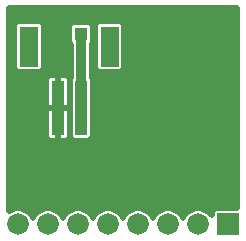
<source format=gbl>
G75*
G70*
%OFA0B0*%
%FSLAX24Y24*%
%IPPOS*%
%LPD*%
%AMOC8*
5,1,8,0,0,1.08239X$1,22.5*
%
%ADD10R,0.0720X0.0720*%
%ADD11C,0.0720*%
%ADD12R,0.0394X0.1811*%
%ADD13R,0.0630X0.1339*%
%ADD14C,0.0200*%
%ADD15R,0.0436X0.0436*%
%ADD16C,0.0320*%
D10*
X007702Y001772D03*
D11*
X000702Y001772D03*
X001702Y001772D03*
X002702Y001772D03*
X003702Y001772D03*
X004702Y001772D03*
X005702Y001772D03*
X006702Y001772D03*
D12*
X002815Y005655D03*
X002028Y005655D03*
D13*
X001083Y007702D03*
X003760Y007702D03*
D14*
X003265Y007746D02*
X003162Y007746D01*
X003162Y007761D02*
X003220Y007819D01*
X003220Y008404D01*
X003114Y008510D01*
X002529Y008510D01*
X002423Y008404D01*
X002423Y007819D01*
X002482Y007761D01*
X002482Y006678D01*
X002438Y006635D01*
X002438Y004675D01*
X002544Y004569D01*
X003087Y004569D01*
X003192Y004675D01*
X003192Y006635D01*
X003162Y006665D01*
X003162Y007761D01*
X003220Y007945D02*
X003265Y007945D01*
X003265Y008143D02*
X003220Y008143D01*
X003220Y008342D02*
X003265Y008342D01*
X003265Y008446D02*
X003265Y006958D01*
X003371Y006853D01*
X004150Y006853D01*
X004255Y006958D01*
X004255Y008446D01*
X004150Y008551D01*
X003371Y008551D01*
X003265Y008446D01*
X003360Y008540D02*
X001483Y008540D01*
X001472Y008551D02*
X001578Y008446D01*
X001578Y006958D01*
X001472Y006853D01*
X000693Y006853D01*
X000588Y006958D01*
X000588Y008446D01*
X000693Y008551D01*
X001472Y008551D01*
X001578Y008342D02*
X002423Y008342D01*
X002423Y008143D02*
X001578Y008143D01*
X001578Y007945D02*
X002423Y007945D01*
X002482Y007746D02*
X001578Y007746D01*
X001578Y007548D02*
X002482Y007548D01*
X002482Y007349D02*
X001578Y007349D01*
X001578Y007151D02*
X002482Y007151D01*
X002482Y006952D02*
X001572Y006952D01*
X001748Y006760D02*
X001631Y006643D01*
X001631Y005655D01*
X002027Y005655D01*
X002027Y005655D01*
X001631Y005655D01*
X001631Y004666D01*
X001748Y004549D01*
X002028Y004549D01*
X002308Y004549D01*
X002425Y004666D01*
X002425Y005655D01*
X002425Y006643D01*
X002308Y006760D01*
X002028Y006760D01*
X002028Y005655D01*
X002028Y005655D01*
X002425Y005655D01*
X002028Y005655D01*
X002028Y005655D01*
X002028Y006760D01*
X001748Y006760D01*
X001741Y006754D02*
X000402Y006754D01*
X000402Y006555D02*
X001631Y006555D01*
X001631Y006356D02*
X000402Y006356D01*
X000402Y006158D02*
X001631Y006158D01*
X001631Y005959D02*
X000402Y005959D01*
X000402Y005761D02*
X001631Y005761D01*
X001631Y005562D02*
X000402Y005562D01*
X000402Y005364D02*
X001631Y005364D01*
X001631Y005165D02*
X000402Y005165D01*
X000402Y004967D02*
X001631Y004967D01*
X001631Y004768D02*
X000402Y004768D01*
X000402Y004570D02*
X001728Y004570D01*
X002028Y004570D02*
X002028Y004570D01*
X002028Y004549D02*
X002028Y005654D01*
X002028Y005654D01*
X002028Y004549D01*
X002028Y004768D02*
X002028Y004768D01*
X002028Y004967D02*
X002028Y004967D01*
X002028Y005165D02*
X002028Y005165D01*
X002028Y005364D02*
X002028Y005364D01*
X002028Y005562D02*
X002028Y005562D01*
X002028Y005761D02*
X002028Y005761D01*
X002028Y005959D02*
X002028Y005959D01*
X002028Y006158D02*
X002028Y006158D01*
X002028Y006356D02*
X002028Y006356D01*
X002028Y006555D02*
X002028Y006555D01*
X002028Y006754D02*
X002028Y006754D01*
X002314Y006754D02*
X002482Y006754D01*
X002438Y006555D02*
X002425Y006555D01*
X002425Y006356D02*
X002438Y006356D01*
X002425Y006158D02*
X002438Y006158D01*
X002425Y005959D02*
X002438Y005959D01*
X002425Y005761D02*
X002438Y005761D01*
X002425Y005562D02*
X002438Y005562D01*
X002425Y005364D02*
X002438Y005364D01*
X002425Y005165D02*
X002438Y005165D01*
X002425Y004967D02*
X002438Y004967D01*
X002425Y004768D02*
X002438Y004768D01*
X002544Y004570D02*
X002328Y004570D01*
X003087Y004570D02*
X008002Y004570D01*
X008002Y004768D02*
X003192Y004768D01*
X003192Y004967D02*
X008002Y004967D01*
X008002Y005165D02*
X003192Y005165D01*
X003192Y005364D02*
X008002Y005364D01*
X008002Y005562D02*
X003192Y005562D01*
X003192Y005761D02*
X008002Y005761D01*
X008002Y005959D02*
X003192Y005959D01*
X003192Y006158D02*
X008002Y006158D01*
X008002Y006356D02*
X003192Y006356D01*
X003192Y006555D02*
X008002Y006555D01*
X008002Y006754D02*
X003162Y006754D01*
X003162Y006952D02*
X003271Y006952D01*
X003265Y007151D02*
X003162Y007151D01*
X003162Y007349D02*
X003265Y007349D01*
X003265Y007548D02*
X003162Y007548D01*
X004161Y008540D02*
X008002Y008540D01*
X008002Y008739D02*
X000402Y008739D01*
X000402Y008937D02*
X008002Y008937D01*
X008002Y008982D02*
X000402Y008982D01*
X000402Y002232D01*
X000594Y002312D01*
X000809Y002312D01*
X001007Y002229D01*
X001159Y002077D01*
X001202Y001975D01*
X001244Y002077D01*
X001396Y002229D01*
X001594Y002312D01*
X001809Y002312D01*
X002007Y002229D01*
X002159Y002077D01*
X002202Y001975D01*
X002244Y002077D01*
X002396Y002229D01*
X002594Y002312D01*
X002809Y002312D01*
X003007Y002229D01*
X003159Y002077D01*
X003202Y001975D01*
X003244Y002077D01*
X003396Y002229D01*
X003594Y002312D01*
X003809Y002312D01*
X004007Y002229D01*
X004159Y002077D01*
X004202Y001975D01*
X004244Y002077D01*
X004396Y002229D01*
X004594Y002312D01*
X004809Y002312D01*
X005007Y002229D01*
X005159Y002077D01*
X005202Y001975D01*
X005244Y002077D01*
X005396Y002229D01*
X005594Y002312D01*
X005809Y002312D01*
X006007Y002229D01*
X006159Y002077D01*
X006202Y001975D01*
X006244Y002077D01*
X006396Y002229D01*
X006594Y002312D01*
X006809Y002312D01*
X007007Y002229D01*
X007159Y002077D01*
X007162Y002072D01*
X007162Y002206D01*
X007267Y002312D01*
X008002Y002312D01*
X008002Y008982D01*
X008002Y008342D02*
X004255Y008342D01*
X004255Y008143D02*
X008002Y008143D01*
X008002Y007945D02*
X004255Y007945D01*
X004255Y007746D02*
X008002Y007746D01*
X008002Y007548D02*
X004255Y007548D01*
X004255Y007349D02*
X008002Y007349D01*
X008002Y007151D02*
X004255Y007151D01*
X004249Y006952D02*
X008002Y006952D01*
X008002Y004371D02*
X000402Y004371D01*
X000402Y004172D02*
X008002Y004172D01*
X008002Y003974D02*
X000402Y003974D01*
X000402Y003775D02*
X008002Y003775D01*
X008002Y003577D02*
X000402Y003577D01*
X000402Y003378D02*
X008002Y003378D01*
X008002Y003180D02*
X000402Y003180D01*
X000402Y002981D02*
X008002Y002981D01*
X008002Y002783D02*
X000402Y002783D01*
X000402Y002584D02*
X008002Y002584D01*
X008002Y002386D02*
X000402Y002386D01*
X001050Y002187D02*
X001353Y002187D01*
X001207Y001988D02*
X001196Y001988D01*
X002050Y002187D02*
X002353Y002187D01*
X002207Y001988D02*
X002196Y001988D01*
X003050Y002187D02*
X003353Y002187D01*
X003207Y001988D02*
X003196Y001988D01*
X004050Y002187D02*
X004353Y002187D01*
X004207Y001988D02*
X004196Y001988D01*
X005050Y002187D02*
X005353Y002187D01*
X005207Y001988D02*
X005196Y001988D01*
X006050Y002187D02*
X006353Y002187D01*
X006207Y001988D02*
X006196Y001988D01*
X007050Y002187D02*
X007162Y002187D01*
X000682Y008540D02*
X000402Y008540D01*
X000402Y008342D02*
X000588Y008342D01*
X000588Y008143D02*
X000402Y008143D01*
X000402Y007945D02*
X000588Y007945D01*
X000588Y007746D02*
X000402Y007746D01*
X000402Y007548D02*
X000588Y007548D01*
X000588Y007349D02*
X000402Y007349D01*
X000402Y007151D02*
X000588Y007151D01*
X000594Y006952D02*
X000402Y006952D01*
D15*
X002822Y008112D03*
X003482Y004062D03*
X005482Y004062D03*
X007322Y004062D03*
X001402Y004062D03*
D16*
X002815Y005655D02*
X002822Y006421D01*
X002822Y008112D01*
M02*

</source>
